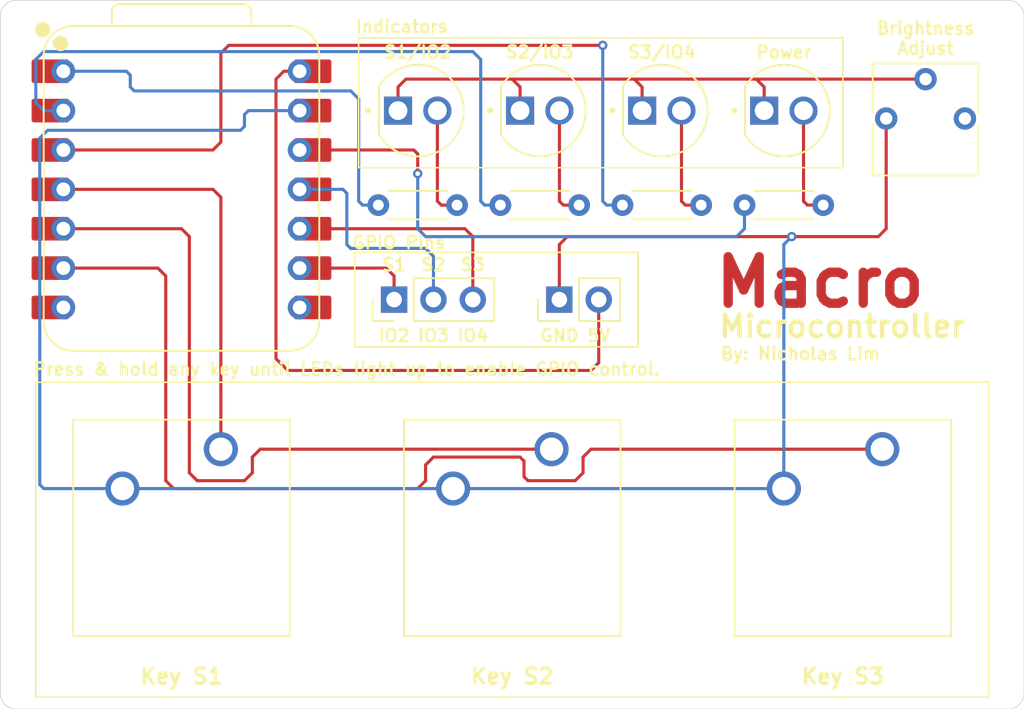
<source format=kicad_pcb>
(kicad_pcb (version 20241229) (generator "pcbnew") (generator_version "9.0")
  (layers (0 "F.Cu" signal) (2 "B.Cu" signal) (13 "F.Paste" user) (15 "B.Paste" user) (5 "F.SilkS" user "F.Silkscreen") (7 "B.SilkS" user "B.Silkscreen") (1 "F.Mask" user) (3 "B.Mask" user) (25 "Edge.Cuts" user))
  (net 0 "")
  (net 1 "GND")
  (net 2 "Net-(D1-PadA)")
  (net 3 "Net-(D2-PadA)")
  (net 4 "Net-(D3-PadA)")
  (net 5 "LED1")
  (net 6 "LED2")
  (net 7 "LED3")
  (net 8 "S1")
  (net 9 "S2")
  (net 10 "S3")
  (net 11 "+5V")
  (net 14 "Net-(D4-PadA)")
  (net 15 "IO3")
  (net 16 "IO4")
  (net 17 "IO2")
  (net 18 "Power")
  (net 19 "Adjusted GND")
  (footprint "footprints:LEDRD254W57D500H1070" (layer "F.Cu") (at 139.954 72.644)
    (property "Reference" "D2" (hide yes))
    (property "Value" "L08R5000Q1")
    (fp_line (start -2.5 -1.566) (end -2.5 1.566) (stroke (width 0.127)) (layer "F.SilkS"))
    (fp_arc (start -2.5 -1.566) (mid 2.961291 0) (end -2.5 1.566) (stroke (width 0.127)) (layer "F.SilkS"))
    (fp_circle (center -3.2 0) (end -3.1 0) (stroke (width 0.2)) (fill no) (layer "F.SilkS"))
    (pad "A" thru_hole circle (at 1.27 0) (size 1.815 1.815) (drill 1.21) (layers "*.Cu" "*.Mask") (net 3 "Net-(D2-PadA)"))
    (pad "C" thru_hole rect (at -1.27 0) (size 1.815 1.815) (drill 1.21) (layers "*.Cu" "*.Mask") (net 19 "Adjusted GND"))
  )
  (footprint "footprints:XIAO-RP2040-DIP" (layer "F.Cu") (at 116.84 77.724)
    (property "Reference" "U1" (hide yes))
    (property "Value" "XIAO-RP2040-DIP")
    (fp_line (start -8.89 8.509) (end -8.89 -8.636) (stroke (width 0.127)) (layer "F.SilkS"))
    (fp_line (start -6.985 10.414) (end 6.985 10.414) (stroke (width 0.127)) (layer "F.SilkS"))
    (fp_line (start -4.495 -10.541) (end -4.491272 -11.451272) (stroke (width 0.127)) (layer "F.SilkS"))
    (fp_line (start -3.991272 -11.951) (end 4.004 -11.951) (stroke (width 0.127)) (layer "F.SilkS"))
    (fp_line (start 4.504 -11.451) (end 4.504 -10.541) (stroke (width 0.127)) (layer "F.SilkS"))
    (fp_line (start 6.985 -10.541) (end -6.985 -10.541) (stroke (width 0.1)) (layer "F.SilkS"))
    (fp_line (start 6.985 -10.541) (end -6.985 -10.541) (stroke (width 0.127)) (layer "F.SilkS"))
    (fp_line (start 8.89 8.509) (end 8.89 -8.636) (stroke (width 0.127)) (layer "F.SilkS"))
    (fp_arc (start -8.89 -8.636) (mid -8.332038 -9.983038) (end -6.985 -10.541) (stroke (width 0.127)) (layer "F.SilkS"))
    (fp_arc (start -6.985 10.414) (mid -8.332038 9.856038) (end -8.89 8.509) (stroke (width 0.127)) (layer "F.SilkS"))
    (fp_arc (start -4.491272 -11.451272) (mid -4.344728 -11.80464) (end -3.991272 -11.951) (stroke (width 0.127)) (layer "F.SilkS"))
    (fp_arc (start 4.004 -11.951) (mid 4.357553 -11.804553) (end 4.504 -11.451) (stroke (width 0.127)) (layer "F.SilkS"))
    (fp_arc (start 6.985 -10.541) (mid 8.332038 -9.983038) (end 8.89 -8.636) (stroke (width 0.127)) (layer "F.SilkS"))
    (fp_arc (start 8.89 8.509) (mid 8.332038 9.856038) (end 6.985 10.414) (stroke (width 0.127)) (layer "F.SilkS"))
    (fp_circle (center -8.95 -10.3) (end -8.95 -10.554) (stroke (width 0.5)) (fill yes) (layer "F.SilkS"))
    (fp_circle (center -7.807 -9.42) (end -7.807 -9.674) (stroke (width 0.5)) (fill yes) (layer "F.SilkS"))
    (pad "1" smd roundrect (at -8.455 -7.62 180) (size 2.432 1.524) (layers "F.Cu" "F.Mask") (roundrect_rratio 0.1) (net 5 "LED1"))
    (pad "1" thru_hole circle (at -7.62 -7.62 180) (size 1.524 1.524) (drill 0.889) (layers "*.Cu" "*.Mask") (net 5 "LED1"))
    (pad "2" smd roundrect (at -8.455 -5.08 180) (size 2.432 1.524) (layers "F.Cu" "F.Mask") (roundrect_rratio 0.1) (net 6 "LED2"))
    (pad "2" thru_hole circle (at -7.62 -5.08 180) (size 1.524 1.524) (drill 0.889) (layers "*.Cu" "*.Mask") (net 6 "LED2"))
    (pad "3" smd roundrect (at -8.455 -2.54 180) (size 2.432 1.524) (layers "F.Cu" "F.Mask") (roundrect_rratio 0.1) (net 7 "LED3"))
    (pad "3" thru_hole circle (at -7.62 -2.54 180) (size 1.524 1.524) (drill 0.889) (layers "*.Cu" "*.Mask") (net 7 "LED3"))
    (pad "4" smd roundrect (at -8.455 0 180) (size 2.432 1.524) (layers "F.Cu" "F.Mask") (roundrect_rratio 0.1) (net 8 "S1"))
    (pad "4" thru_hole circle (at -7.62 0 180) (size 1.524 1.524) (drill 0.889) (layers "*.Cu" "*.Mask") (net 8 "S1"))
    (pad "5" smd roundrect (at -8.455 2.54 180) (size 2.432 1.524) (layers "F.Cu" "F.Mask") (roundrect_rratio 0.1) (net 9 "S2"))
    (pad "5" thru_hole circle (at -7.62 2.54 180) (size 1.524 1.524) (drill 0.889) (layers "*.Cu" "*.Mask") (net 9 "S2"))
    (pad "6" smd roundrect (at -8.455 5.08 180) (size 2.432 1.524) (layers "F.Cu" "F.Mask") (roundrect_rratio 0.1) (net 10 "S3"))
    (pad "6" thru_hole circle (at -7.62 5.08 180) (size 1.524 1.524) (drill 0.889) (layers "*.Cu" "*.Mask") (net 10 "S3"))
    (pad "7" smd roundrect (at -8.455 7.62 180) (size 2.432 1.524) (layers "F.Cu" "F.Mask") (roundrect_rratio 0.1))
    (pad "7" thru_hole circle (at -7.62 7.62 180) (size 1.524 1.524) (drill 0.889) (layers "*.Cu" "*.Mask"))
    (pad "8" thru_hole circle (at 7.62 7.62) (size 1.524 1.524) (drill 0.889) (layers "*.Cu" "*.Mask"))
    (pad "8" smd roundrect (at 8.455 7.62) (size 2.432 1.524) (layers "F.Cu" "F.Mask") (roundrect_rratio 0.1))
    (pad "9" thru_hole circle (at 7.62 5.08) (size 1.524 1.524) (drill 0.889) (layers "*.Cu" "*.Mask") (net 17 "IO2"))
    (pad "9" smd roundrect (at 8.455 5.08) (size 2.432 1.524) (layers "F.Cu" "F.Mask") (roundrect_rratio 0.1) (net 17 "IO2"))
    (pad "10" thru_hole circle (at 7.62 2.54) (size 1.524 1.524) (drill 0.889) (layers "*.Cu" "*.Mask") (net 16 "IO4"))
    (pad "10" smd roundrect (at 8.455 2.54) (size 2.432 1.524) (layers "F.Cu" "F.Mask") (roundrect_rratio 0.1) (net 16 "IO4"))
    (pad "11" thru_hole circle (at 7.62 0) (size 1.524 1.524) (drill 0.889) (layers "*.Cu" "*.Mask") (net 15 "IO3"))
    (pad "11" smd roundrect (at 8.455 0) (size 2.432 1.524) (layers "F.Cu" "F.Mask") (roundrect_rratio 0.1) (net 15 "IO3"))
    (pad "12" thru_hole circle (at 7.62 -2.54) (size 1.524 1.524) (drill 0.889) (layers "*.Cu" "*.Mask") (net 18 "Power"))
    (pad "12" smd roundrect (at 8.455 -2.54) (size 2.432 1.524) (layers "F.Cu" "F.Mask") (roundrect_rratio 0.1) (net 18 "Power"))
    (pad "13" thru_hole circle (at 7.62 -5.08) (size 1.524 1.524) (drill 0.889) (layers "*.Cu" "*.Mask") (net 1 "GND"))
    (pad "13" smd roundrect (at 8.455 -5.08) (size 2.432 1.524) (layers "F.Cu" "F.Mask") (roundrect_rratio 0.1) (net 1 "GND"))
    (pad "14" thru_hole circle (at 7.62 -7.62) (size 1.524 1.524) (drill 0.889) (layers "*.Cu" "*.Mask") (net 11 "+5V"))
    (pad "14" smd roundrect (at 8.455 -7.62) (size 2.432 1.524) (layers "F.Cu" "F.Mask") (roundrect_rratio 0.1) (net 11 "+5V"))
  )
  (footprint "Resistor_THT:R_Axial_DIN0204_L3.6mm_D1.6mm_P5.08mm_Horizontal" (layer "F.Cu") (at 137.414 78.74)
    (property "Reference" "R2" (hide yes))
    (property "Value" "R")
    (fp_line (start 0.62 -0.92) (end 4.46 -0.92) (stroke (width 0.12)) (layer "F.SilkS"))
    (fp_line (start 0.62 0.92) (end 4.46 0.92) (stroke (width 0.12)) (layer "F.SilkS"))
    (pad "1" thru_hole circle (at 0 0) (size 1.4 1.4) (drill 0.7) (layers "*.Cu" "*.Mask") (net 6 "LED2"))
    (pad "2" thru_hole circle (at 5.08 0) (size 1.4 1.4) (drill 0.7) (layers "*.Cu" "*.Mask") (net 3 "Net-(D2-PadA)"))
  )
  (footprint "Resistor_THT:R_Axial_DIN0204_L3.6mm_D1.6mm_P5.08mm_Horizontal" (layer "F.Cu") (at 145.288 78.74)
    (property "Reference" "R3" (hide yes))
    (property "Value" "R")
    (fp_line (start 0.62 -0.92) (end 4.46 -0.92) (stroke (width 0.12)) (layer "F.SilkS"))
    (fp_line (start 0.62 0.92) (end 4.46 0.92) (stroke (width 0.12)) (layer "F.SilkS"))
    (pad "1" thru_hole circle (at 0 0) (size 1.4 1.4) (drill 0.7) (layers "*.Cu" "*.Mask") (net 7 "LED3"))
    (pad "2" thru_hole circle (at 5.08 0) (size 1.4 1.4) (drill 0.7) (layers "*.Cu" "*.Mask") (net 4 "Net-(D3-PadA)"))
  )
  (footprint "Button_Switch_Keyboard:SW_Cherry_MX_1.00u_PCB" (layer "F.Cu") (at 162.052 94.488)
    (property "Reference" "SW3" (hide yes))
    (property "Value" "SW_Push")
    (fp_line (start -9.525 -1.905) (end 4.445 -1.905) (stroke (width 0.12)) (layer "F.SilkS"))
    (fp_line (start -9.525 12.065) (end -9.525 -1.905) (stroke (width 0.12)) (layer "F.SilkS"))
    (fp_line (start 4.445 -1.905) (end 4.445 12.065) (stroke (width 0.12)) (layer "F.SilkS"))
    (fp_line (start 4.445 12.065) (end -9.525 12.065) (stroke (width 0.12)) (layer "F.SilkS"))
    (pad "" np_thru_hole circle (at -7.62 5.08) (size 1.7 1.7) (drill 1.7) (layers "*.Cu" "*.Mask"))
    (pad "" np_thru_hole circle (at -2.54 5.08) (size 4 4) (drill 4) (layers "*.Cu" "*.Mask"))
    (pad "" np_thru_hole circle (at 2.54 5.08) (size 1.7 1.7) (drill 1.7) (layers "*.Cu" "*.Mask"))
    (pad "1" thru_hole circle (at 0 0) (size 2.2 2.2) (drill 1.5) (layers "*.Cu" "*.Mask") (net 10 "S3"))
    (pad "2" thru_hole circle (at -6.35 2.54) (size 2.2 2.2) (drill 1.5) (layers "*.Cu" "*.Mask") (net 1 "GND"))
  )
  (footprint "footprints:LEDRD254W57D500H1070" (layer "F.Cu") (at 147.828 72.644)
    (property "Reference" "D3" (hide yes))
    (property "Value" "L08R5000Q1")
    (fp_line (start -2.5 -1.566) (end -2.5 1.566) (stroke (width 0.127)) (layer "F.SilkS"))
    (fp_arc (start -2.5 -1.566) (mid 2.961291 0) (end -2.5 1.566) (stroke (width 0.127)) (layer "F.SilkS"))
    (fp_circle (center -3.2 0) (end -3.1 0) (stroke (width 0.2)) (fill no) (layer "F.SilkS"))
    (pad "A" thru_hole circle (at 1.27 0) (size 1.815 1.815) (drill 1.21) (layers "*.Cu" "*.Mask") (net 4 "Net-(D3-PadA)"))
    (pad "C" thru_hole rect (at -1.27 0) (size 1.815 1.815) (drill 1.21) (layers "*.Cu" "*.Mask") (net 19 "Adjusted GND"))
  )
  (footprint "Connector_PinHeader_2.54mm:PinHeader_1x02_P2.54mm_Vertical" (layer "F.Cu") (at 141.219 84.836 90)
    (property "Reference" "J2" (hide yes))
    (property "Value" "Conn_01x02_Pin")
    (fp_line (start -1.38 -1.38) (end 0 -1.38) (stroke (width 0.12)) (layer "F.SilkS"))
    (fp_line (start -1.38 0) (end -1.38 -1.38) (stroke (width 0.12)) (layer "F.SilkS"))
    (fp_line (start 1.38 1.27) (end 1.38 3.92) (stroke (width 0.12)) (layer "F.SilkS"))
    (fp_line (start -1.38 1.27) (end 1.38 1.27) (stroke (width 0.12)) (layer "F.SilkS"))
    (fp_line (start -1.38 1.27) (end -1.38 3.92) (stroke (width 0.12)) (layer "F.SilkS"))
    (fp_line (start -1.38 3.92) (end 1.38 3.92) (stroke (width 0.12)) (layer "F.SilkS"))
    (pad "1" thru_hole rect (at 0 0 90) (size 1.7 1.7) (drill 1) (layers "*.Cu" "*.Mask") (net 1 "GND"))
    (pad "2" thru_hole circle (at 0 2.54 90) (size 1.7 1.7) (drill 1) (layers "*.Cu" "*.Mask") (net 11 "+5V"))
  )
  (footprint "Connector_PinHeader_2.54mm:PinHeader_1x03_P2.54mm_Vertical" (layer "F.Cu") (at 130.556 84.836 90)
    (property "Reference" "J1" (hide yes))
    (property "Value" "Conn_01x03_Pin")
    (fp_line (start -1.38 -1.38) (end 0 -1.38) (stroke (width 0.12)) (layer "F.SilkS"))
    (fp_line (start -1.38 0) (end -1.38 -1.38) (stroke (width 0.12)) (layer "F.SilkS"))
    (fp_line (start 1.38 1.27) (end 1.38 6.46) (stroke (width 0.12)) (layer "F.SilkS"))
    (fp_line (start -1.38 1.27) (end 1.38 1.27) (stroke (width 0.12)) (layer "F.SilkS"))
    (fp_line (start -1.38 1.27) (end -1.38 6.46) (stroke (width 0.12)) (layer "F.SilkS"))
    (fp_line (start -1.38 6.46) (end 1.38 6.46) (stroke (width 0.12)) (layer "F.SilkS"))
    (pad "1" thru_hole rect (at 0 0 90) (size 1.7 1.7) (drill 1) (layers "*.Cu" "*.Mask") (net 17 "IO2"))
    (pad "2" thru_hole circle (at 0 2.54 90) (size 1.7 1.7) (drill 1) (layers "*.Cu" "*.Mask") (net 15 "IO3"))
    (pad "3" thru_hole circle (at 0 5.08 90) (size 1.7 1.7) (drill 1) (layers "*.Cu" "*.Mask") (net 16 "IO4"))
  )
  (footprint "Resistor_THT:R_Axial_DIN0204_L3.6mm_D1.6mm_P5.08mm_Horizontal" (layer "F.Cu") (at 153.162 78.74)
    (property "Reference" "R4" (hide yes))
    (property "Value" "R")
    (fp_line (start 0.62 -0.92) (end 4.46 -0.92) (stroke (width 0.12)) (layer "F.SilkS"))
    (fp_line (start 0.62 0.92) (end 4.46 0.92) (stroke (width 0.12)) (layer "F.SilkS"))
    (pad "1" thru_hole circle (at 0 0) (size 1.4 1.4) (drill 0.7) (layers "*.Cu" "*.Mask") (net 18 "Power"))
    (pad "2" thru_hole circle (at 5.08 0) (size 1.4 1.4) (drill 0.7) (layers "*.Cu" "*.Mask") (net 14 "Net-(D4-PadA)"))
  )
  (footprint "footprints:LEDRD254W57D500H1070" (layer "F.Cu") (at 132.08 72.644)
    (property "Reference" "D1" (hide yes))
    (property "Value" "L08R5000Q1")
    (fp_line (start -2.5 -1.566) (end -2.5 1.566) (stroke (width 0.127)) (layer "F.SilkS"))
    (fp_arc (start -2.5 -1.566) (mid 2.961291 0) (end -2.5 1.566) (stroke (width 0.127)) (layer "F.SilkS"))
    (fp_circle (center -3.2 0) (end -3.1 0) (stroke (width 0.2)) (fill no) (layer "F.SilkS"))
    (pad "A" thru_hole circle (at 1.27 0) (size 1.815 1.815) (drill 1.21) (layers "*.Cu" "*.Mask") (net 2 "Net-(D1-PadA)"))
    (pad "C" thru_hole rect (at -1.27 0) (size 1.815 1.815) (drill 1.21) (layers "*.Cu" "*.Mask") (net 19 "Adjusted GND"))
  )
  (footprint "footprints:LEDRD254W57D500H1070" (layer "F.Cu") (at 155.702 72.644)
    (property "Reference" "D4" (hide yes))
    (property "Value" "L08R5000Q1")
    (fp_line (start -2.5 -1.566) (end -2.5 1.566) (stroke (width 0.127)) (layer "F.SilkS"))
    (fp_arc (start -2.5 -1.566) (mid 2.961291 0) (end -2.5 1.566) (stroke (width 0.127)) (layer "F.SilkS"))
    (fp_circle (center -3.2 0) (end -3.1 0) (stroke (width 0.2)) (fill no) (layer "F.SilkS"))
    (pad "A" thru_hole circle (at 1.27 0) (size 1.815 1.815) (drill 1.21) (layers "*.Cu" "*.Mask") (net 14 "Net-(D4-PadA)"))
    (pad "C" thru_hole rect (at -1.27 0) (size 1.815 1.815) (drill 1.21) (layers "*.Cu" "*.Mask") (net 19 "Adjusted GND"))
  )
  (footprint "Resistor_THT:R_Axial_DIN0204_L3.6mm_D1.6mm_P5.08mm_Horizontal" (layer "F.Cu") (at 129.54 78.74)
    (property "Reference" "R1" (hide yes))
    (property "Value" "R")
    (fp_line (start 0.62 -0.92) (end 4.46 -0.92) (stroke (width 0.12)) (layer "F.SilkS"))
    (fp_line (start 0.62 0.92) (end 4.46 0.92) (stroke (width 0.12)) (layer "F.SilkS"))
    (pad "1" thru_hole circle (at 0 0) (size 1.4 1.4) (drill 0.7) (layers "*.Cu" "*.Mask") (net 5 "LED1"))
    (pad "2" thru_hole circle (at 5.08 0) (size 1.4 1.4) (drill 0.7) (layers "*.Cu" "*.Mask") (net 2 "Net-(D1-PadA)"))
  )
  (footprint "Button_Switch_Keyboard:SW_Cherry_MX_1.00u_PCB" (layer "F.Cu") (at 140.716 94.488)
    (property "Reference" "SW2" (hide yes))
    (property "Value" "SW_Push")
    (fp_line (start -9.525 -1.905) (end 4.445 -1.905) (stroke (width 0.12)) (layer "F.SilkS"))
    (fp_line (start -9.525 12.065) (end -9.525 -1.905) (stroke (width 0.12)) (layer "F.SilkS"))
    (fp_line (start 4.445 -1.905) (end 4.445 12.065) (stroke (width 0.12)) (layer "F.SilkS"))
    (fp_line (start 4.445 12.065) (end -9.525 12.065) (stroke (width 0.12)) (layer "F.SilkS"))
    (pad "" np_thru_hole circle (at -7.62 5.08) (size 1.7 1.7) (drill 1.7) (layers "*.Cu" "*.Mask"))
    (pad "" np_thru_hole circle (at -2.54 5.08) (size 4 4) (drill 4) (layers "*.Cu" "*.Mask"))
    (pad "" np_thru_hole circle (at 2.54 5.08) (size 1.7 1.7) (drill 1.7) (layers "*.Cu" "*.Mask"))
    (pad "1" thru_hole circle (at 0 0) (size 2.2 2.2) (drill 1.5) (layers "*.Cu" "*.Mask") (net 9 "S2"))
    (pad "2" thru_hole circle (at -6.35 2.54) (size 2.2 2.2) (drill 1.5) (layers "*.Cu" "*.Mask") (net 1 "GND"))
  )
  (footprint "Button_Switch_Keyboard:SW_Cherry_MX_1.00u_PCB" (layer "F.Cu") (at 119.38 94.488)
    (property "Reference" "SW1" (hide yes))
    (property "Value" "SW_Push")
    (fp_line (start -9.525 -1.905) (end 4.445 -1.905) (stroke (width 0.12)) (layer "F.SilkS"))
    (fp_line (start -9.525 12.065) (end -9.525 -1.905) (stroke (width 0.12)) (layer "F.SilkS"))
    (fp_line (start 4.445 -1.905) (end 4.445 12.065) (stroke (width 0.12)) (layer "F.SilkS"))
    (fp_line (start 4.445 12.065) (end -9.525 12.065) (stroke (width 0.12)) (layer "F.SilkS"))
    (pad "" np_thru_hole circle (at -7.62 5.08) (size 1.7 1.7) (drill 1.7) (layers "*.Cu" "*.Mask"))
    (pad "" np_thru_hole circle (at -2.54 5.08) (size 4 4) (drill 4) (layers "*.Cu" "*.Mask"))
    (pad "" np_thru_hole circle (at 2.54 5.08) (size 1.7 1.7) (drill 1.7) (layers "*.Cu" "*.Mask"))
    (pad "1" thru_hole circle (at 0 0) (size 2.2 2.2) (drill 1.5) (layers "*.Cu" "*.Mask") (net 8 "S1"))
    (pad "2" thru_hole circle (at -6.35 2.54) (size 2.2 2.2) (drill 1.5) (layers "*.Cu" "*.Mask") (net 1 "GND"))
  )
  (footprint "Potentiometer_THT:Potentiometer_Vishay_T73YP_Vertical" (layer "F.Cu") (at 167.386 73.152 90)
    (property "Reference" "RV1" (hide yes))
    (property "Value" "R_Potentiometer")
    (fp_line (start 3.55 -5.95) (end 3.55 0.87) (stroke (width 0.12)) (layer "F.SilkS"))
    (fp_line (start 0.382 -5.95) (end 3.55 -5.95) (stroke (width 0.12)) (layer "F.SilkS"))
    (fp_line (start -3.67 -5.95) (end -0.382 -5.95) (stroke (width 0.12)) (layer "F.SilkS"))
    (fp_line (start -3.67 -5.95) (end -3.67 0.87) (stroke (width 0.12)) (layer "F.SilkS"))
    (fp_line (start 0.382 0.87) (end 3.55 0.87) (stroke (width 0.12)) (layer "F.SilkS"))
    (fp_line (start -3.67 0.87) (end -0.382 0.87) (stroke (width 0.12)) (layer "F.SilkS"))
    (pad "1" thru_hole circle (at 0 0 90) (size 1.44 1.44) (drill 0.8) (layers "*.Cu" "*.Mask"))
    (pad "2" thru_hole circle (at 2.54 -2.54 90) (size 1.44 1.44) (drill 0.8) (layers "*.Cu" "*.Mask") (net 19 "Adjusted GND"))
    (pad "3" thru_hole circle (at 0 -5.08 90) (size 1.44 1.44) (drill 0.8) (layers "*.Cu" "*.Mask") (net 1 "GND"))
  )
  (gr_rect (start 107.442 90.17) (end 168.91 110.49) (stroke (width 0.1)) (fill no) (layer "F.SilkS"))
  (gr_rect (start 128.016 81.788) (end 146.304 87.884) (stroke (width 0.1)) (fill no) (layer "F.SilkS"))
  (gr_rect (start 128.27 67.945) (end 159.512 76.327) (stroke (width 0.1)) (fill no) (layer "F.SilkS"))
  (gr_arc (start 170.18 65.532) (mid 170.89842 65.82958) (end 171.196 66.548) (stroke (width 0.05)) (layer "Edge.Cuts"))
  (gr_arc (start 105.156 66.548) (mid 105.45358 65.82958) (end 106.172 65.532) (stroke (width 0.05)) (layer "Edge.Cuts"))
  (gr_line (start 106.172 111.252) (end 170.18 111.252) (stroke (width 0.05)) (layer "Edge.Cuts"))
  (gr_arc (start 106.172 111.252) (mid 105.45358 110.95442) (end 105.156 110.236) (stroke (width 0.05)) (layer "Edge.Cuts"))
  (gr_line (start 105.156 66.548) (end 105.156 110.236) (stroke (width 0.05)) (layer "Edge.Cuts"))
  (gr_line (start 171.196 110.236) (end 171.196 66.548) (stroke (width 0.05)) (layer "Edge.Cuts"))
  (gr_line (start 170.18 65.532) (end 106.172 65.532) (stroke (width 0.05)) (layer "Edge.Cuts"))
  (gr_arc (start 171.196 110.236) (mid 170.89842 110.95442) (end 170.18 111.252) (stroke (width 0.05)) (layer "Edge.Cuts"))
  (gr_text "Macro" (at 151.003 85.471 0) (layer "F.Cu") (effects (font (size 3 3) (thickness 0.6) (bold yes)) (justify left bottom)))
  (gr_text "S1/IO2" (at 132.08 69.342 0) (layer "F.SilkS") (effects (font (size 0.8 0.8) (thickness 0.16) (bold yes)) (justify bottom)))
  (gr_text "5V" (at 143.764 87.63 0) (layer "F.SilkS") (effects (font (size 0.8 0.8) (thickness 0.16) (bold yes)) (justify bottom)))
  (gr_text "Key S3" (at 159.512 109.728 0) (layer "F.SilkS") (effects (font (size 1 1) (thickness 0.2) (bold yes)) (justify bottom)))
  (gr_text "Indicators" (at 131.064 67.691 0) (layer "F.SilkS") (effects (font (size 0.8 0.8) (thickness 0.16) (bold yes)) (justify bottom)))
  (gr_text "S2" (at 133.096 83.058 0) (layer "F.SilkS") (effects (font (size 0.8 0.8) (thickness 0.16) (bold yes)) (justify bottom)))
  (gr_text "S1" (at 130.556 83.058 0) (layer "F.SilkS") (effects (font (size 0.8 0.8) (thickness 0.16) (bold yes)) (justify bottom)))
  (gr_text "Press & hold any key until LEDs light up to enable GPIO control." (at 107.188 89.789 0) (layer "F.SilkS") (effects (font (size 0.8 0.8) (thickness 0.16) (bold yes)) (justify left bottom)))
  (gr_text "Power" (at 155.702 69.342 0) (layer "F.SilkS") (effects (font (size 0.8 0.8) (thickness 0.16) (bold yes)) (justify bottom)))
  (gr_text "IO4" (at 135.636 87.63 0) (layer "F.SilkS") (effects (font (size 0.8 0.8) (thickness 0.16) (bold yes)) (justify bottom)))
  (gr_text "GPIO Pins" (at 127.762 81.153 0) (layer "F.SilkS") (effects (font (size 0.8 0.8) (thickness 0.16) (bold yes)) (justify left)))
  (gr_text "By: Nicholas Lim" (at 151.5364 88.7984 0) (layer "F.SilkS") (effects (font (size 0.8 0.8) (thickness 0.16) (bold yes)) (justify left bottom)))
  (gr_text "IO2\n" (at 130.556 87.63 0) (layer "F.SilkS") (effects (font (size 0.8 0.8) (thickness 0.16) (bold yes)) (justify bottom)))
  (gr_text "Microcontroller" (at 151.384 87.376 0) (layer "F.SilkS") (effects (font (size 1.4 1.4) (thickness 0.28) (bold yes)) (justify left bottom)))
  (gr_text "Key S1" (at 116.84 109.728 0) (layer "F.SilkS") (effects (font (size 1 1) (thickness 0.2) (bold yes)) (justify bottom)))
  (gr_text "GND" (at 141.219 87.63 0) (layer "F.SilkS") (effects (font (size 0.8 0.8) (thickness 0.16) (bold yes)) (justify bottom)))
  (gr_text "S2/IO3" (at 139.954 69.342 0) (layer "F.SilkS") (effects (font (size 0.8 0.8) (thickness 0.16) (bold yes)) (justify bottom)))
  (gr_text "IO3" (at 133.096 87.63 0) (layer "F.SilkS") (effects (font (size 0.8 0.8) (thickness 0.16) (bold yes)) (justify bottom)))
  (gr_text "Key S2" (at 138.176 109.728 0) (layer "F.SilkS") (effects (font (size 1 1) (thickness 0.2) (bold yes)) (justify bottom)))
  (gr_text "S3\n" (at 135.636 83.058 0) (layer "F.SilkS") (effects (font (size 0.8 0.8) (thickness 0.16) (bold yes)) (justify bottom)))
  (gr_text "Brightness\nAdjust" (at 164.846 69.088 0) (layer "F.SilkS") (effects (font (size 0.8 0.8) (thickness 0.16) (bold yes)) (justify bottom)))
  (gr_text "S3/IO4" (at 147.828 69.342 0) (layer "F.SilkS") (effects (font (size 0.8 0.8) (thickness 0.16) (bold yes)) (justify bottom)))
  (segment (start 161.798 80.772) (end 156.21 80.772) (width 0.2) (layer "F.Cu") (net 1))
  (segment (start 162.306 80.264) (end 161.798 80.772) (width 0.2) (layer "F.Cu") (net 1))
  (segment (start 156.21 80.772) (end 141.732 80.772) (width 0.2) (layer "F.Cu") (net 1))
  (segment (start 141.219 81.285) (end 141.732 80.772) (width 0.2) (layer "F.Cu") (net 1))
  (segment (start 162.306 73.152) (end 162.306 80.264) (width 0.2) (layer "F.Cu") (net 1))
  (segment (start 141.219 84.836) (end 141.219 81.285) (width 0.2) (layer "F.Cu") (net 1))
  (via (at 156.21 80.772) (size 0.6) (drill 0.3) (layers "F.Cu" "B.Cu") (net 1))
  (segment (start 120.904 73.66) (end 120.65 73.914) (width 0.2) (layer "B.Cu") (net 1))
  (segment (start 107.696 96.774) (end 107.95 97.028) (width 0.2) (layer "B.Cu") (net 1))
  (segment (start 107.696 74.422) (end 107.696 96.774) (width 0.2) (layer "B.Cu") (net 1))
  (segment (start 120.65 73.914) (end 108.204 73.914) (width 0.2) (layer "B.Cu") (net 1))
  (segment (start 121.158 72.644) (end 120.904 72.898) (width 0.2) (layer "B.Cu") (net 1))
  (segment (start 155.702 97.028) (end 155.702 81.28) (width 0.2) (layer "B.Cu") (net 1))
  (segment (start 108.204 73.914) (end 107.696 74.422) (width 0.2) (layer "B.Cu") (net 1))
  (segment (start 134.366 97.028) (end 113.03 97.028) (width 0.2) (layer "B.Cu") (net 1))
  (segment (start 155.702 81.28) (end 156.21 80.772) (width 0.2) (layer "B.Cu") (net 1))
  (segment (start 120.904 72.898) (end 120.904 73.66) (width 0.2) (layer "B.Cu") (net 1))
  (segment (start 155.702 97.028) (end 134.366 97.028) (width 0.2) (layer "B.Cu") (net 1))
  (segment (start 107.95 97.028) (end 113.03 97.028) (width 0.2) (layer "B.Cu") (net 1))
  (segment (start 124.46 72.644) (end 121.158 72.644) (width 0.2) (layer "B.Cu") (net 1))
  (segment (start 133.35 78.486) (end 133.604 78.74) (width 0.2) (layer "F.Cu") (net 2))
  (segment (start 133.604 78.74) (end 134.62 78.74) (width 0.2) (layer "F.Cu") (net 2))
  (segment (start 133.35 72.644) (end 133.35 78.486) (width 0.2) (layer "F.Cu") (net 2))
  (segment (start 141.478 78.74) (end 142.494 78.74) (width 0.2) (layer "F.Cu") (net 3))
  (segment (start 141.224 72.644) (end 141.224 78.486) (width 0.2) (layer "F.Cu") (net 3))
  (segment (start 141.224 78.486) (end 141.478 78.74) (width 0.2) (layer "F.Cu") (net 3))
  (segment (start 149.098 72.644) (end 149.098 78.486) (width 0.2) (layer "F.Cu") (net 4))
  (segment (start 149.098 78.486) (end 149.352 78.74) (width 0.2) (layer "F.Cu") (net 4))
  (segment (start 149.352 78.74) (end 150.368 78.74) (width 0.2) (layer "F.Cu") (net 4))
  (segment (start 127.762 71.374) (end 113.792 71.374) (width 0.2) (layer "B.Cu") (net 5))
  (segment (start 128.524 78.74) (end 128.27 78.486) (width 0.2) (layer "B.Cu") (net 5))
  (segment (start 113.792 71.374) (end 113.538 71.12) (width 0.2) (layer "B.Cu") (net 5))
  (segment (start 129.54 78.74) (end 128.524 78.74) (width 0.2) (layer "B.Cu") (net 5))
  (segment (start 113.538 70.358) (end 113.284 70.104) (width 0.2) (layer "B.Cu") (net 5))
  (segment (start 113.284 70.104) (end 109.22 70.104) (width 0.2) (layer "B.Cu") (net 5))
  (segment (start 113.538 71.12) (end 113.538 70.358) (width 0.2) (layer "B.Cu") (net 5))
  (segment (start 128.27 78.486) (end 128.27 71.882) (width 0.2) (layer "B.Cu") (net 5))
  (segment (start 128.27 71.882) (end 127.762 71.374) (width 0.2) (layer "B.Cu") (net 5))
  (segment (start 137.414 78.74) (end 136.398 78.74) (width 0.2) (layer "B.Cu") (net 6))
  (segment (start 107.442 69.342) (end 107.95 68.834) (width 0.2) (layer "B.Cu") (net 6))
  (segment (start 107.442 72.136) (end 107.442 69.342) (width 0.2) (layer "B.Cu") (net 6))
  (segment (start 136.144 69.342) (end 135.636 68.834) (width 0.2) (layer "B.Cu") (net 6))
  (segment (start 136.144 78.486) (end 136.144 69.342) (width 0.2) (layer "B.Cu") (net 6))
  (segment (start 107.95 68.834) (end 135.636 68.834) (width 0.2) (layer "B.Cu") (net 6))
  (segment (start 107.95 72.644) (end 107.442 72.136) (width 0.2) (layer "B.Cu") (net 6))
  (segment (start 136.398 78.74) (end 136.144 78.486) (width 0.2) (layer "B.Cu") (net 6))
  (segment (start 109.22 72.644) (end 107.95 72.644) (width 0.2) (layer "B.Cu") (net 6))
  (segment (start 109.22 75.184) (end 118.872 75.184) (width 0.2) (layer "F.Cu") (net 7))
  (segment (start 119.38 74.676) (end 119.38 68.941) (width 0.2) (layer "F.Cu") (net 7))
  (segment (start 119.38 68.941) (end 119.888 68.433) (width 0.2) (layer "F.Cu") (net 7))
  (segment (start 118.872 75.184) (end 119.38 74.676) (width 0.2) (layer "F.Cu") (net 7))
  (segment (start 144.018 68.433) (end 119.888 68.433) (width 0.2) (layer "F.Cu") (net 7))
  (via (at 144.018 68.433) (size 0.6) (drill 0.3) (layers "F.Cu" "B.Cu") (net 7))
  (segment (start 144.018 68.433) (end 144.018 78.486) (width 0.2) (layer "B.Cu") (net 7))
  (segment (start 144.018 78.486) (end 144.272 78.74) (width 0.2) (layer "B.Cu") (net 7))
  (segment (start 144.272 78.74) (end 145.288 78.74) (width 0.2) (layer "B.Cu") (net 7))
  (segment (start 118.872 77.724) (end 109.22 77.724) (width 0.2) (layer "F.Cu") (net 8))
  (segment (start 119.38 94.488) (end 119.38 78.232) (width 0.2) (layer "F.Cu") (net 8))
  (segment (start 119.38 78.232) (end 118.872 77.724) (width 0.2) (layer "F.Cu") (net 8))
  (segment (start 117.348 96.012) (end 117.348 80.772) (width 0.2) (layer "F.Cu") (net 9))
  (segment (start 140.716 94.488) (end 121.92 94.488) (width 0.2) (layer "F.Cu") (net 9))
  (segment (start 121.92 94.488) (end 121.412 94.996) (width 0.2) (layer "F.Cu") (net 9))
  (segment (start 116.84 80.264) (end 109.22 80.264) (width 0.2) (layer "F.Cu") (net 9))
  (segment (start 120.904 96.52) (end 117.856 96.52) (width 0.2) (layer "F.Cu") (net 9))
  (segment (start 121.412 96.012) (end 120.904 96.52) (width 0.2) (layer "F.Cu") (net 9))
  (segment (start 117.856 96.52) (end 117.348 96.012) (width 0.2) (layer "F.Cu") (net 9))
  (segment (start 117.348 80.772) (end 116.84 80.264) (width 0.2) (layer "F.Cu") (net 9))
  (segment (start 121.412 94.996) (end 121.412 96.012) (width 0.2) (layer "F.Cu") (net 9))
  (segment (start 115.824 96.52) (end 115.824 83.312) (width 0.2) (layer "F.Cu") (net 10))
  (segment (start 133.096 94.996) (end 138.684 94.996) (width 0.2) (layer "F.Cu") (net 10))
  (segment (start 138.684 94.996) (end 138.938 95.25) (width 0.2) (layer "F.Cu") (net 10))
  (segment (start 138.938 95.25) (end 138.938 96.266) (width 0.2) (layer "F.Cu") (net 10))
  (segment (start 116.332 97.028) (end 132.08 97.028) (width 0.2) (layer "F.Cu") (net 10))
  (segment (start 132.588 96.52) (end 132.588 95.504) (width 0.2) (layer "F.Cu") (net 10))
  (segment (start 138.938 96.266) (end 139.192 96.52) (width 0.2) (layer "F.Cu") (net 10))
  (segment (start 132.08 97.028) (end 132.588 96.52) (width 0.2) (layer "F.Cu") (net 10))
  (segment (start 132.588 95.504) (end 133.096 94.996) (width 0.2) (layer "F.Cu") (net 10))
  (segment (start 115.824 96.52) (end 116.332 97.028) (width 0.2) (layer "F.Cu") (net 10))
  (segment (start 115.824 83.312) (end 115.316 82.804) (width 0.2) (layer "F.Cu") (net 10))
  (segment (start 142.748 94.996) (end 143.256 94.488) (width 0.2) (layer "F.Cu") (net 10))
  (segment (start 142.748 96.012) (end 142.748 94.996) (width 0.2) (layer "F.Cu") (net 10))
  (segment (start 115.316 82.804) (end 109.22 82.804) (width 0.2) (layer "F.Cu") (net 10))
  (segment (start 142.24 96.52) (end 142.748 96.012) (width 0.2) (layer "F.Cu") (net 10))
  (segment (start 139.192 96.52) (end 142.24 96.52) (width 0.2) (layer "F.Cu") (net 10))
  (segment (start 143.256 94.488) (end 162.052 94.488) (width 0.2) (layer "F.Cu") (net 10))
  (segment (start 143.759 88.905) (end 143.256 89.408) (width 0.2) (layer "F.Cu") (net 11))
  (segment (start 143.759 84.836) (end 143.759 88.905) (width 0.2) (layer "F.Cu") (net 11))
  (segment (start 123.444 70.104) (end 125.295 70.104) (width 0.2) (layer "F.Cu") (net 11))
  (segment (start 122.936 88.646) (end 122.936 70.612) (width 0.2) (layer "F.Cu") (net 11))
  (segment (start 123.698 89.408) (end 122.936 88.646) (width 0.2) (layer "F.Cu") (net 11))
  (segment (start 143.256 89.408) (end 123.698 89.408) (width 0.2) (layer "F.Cu") (net 11))
  (segment (start 122.936 70.612) (end 123.444 70.104) (width 0.2) (layer "F.Cu") (net 11))
  (segment (start 156.972 72.644) (end 156.972 78.486) (width 0.2) (layer "F.Cu") (net 14))
  (segment (start 156.972 78.486) (end 157.226 78.74) (width 0.2) (layer "F.Cu") (net 14))
  (segment (start 157.226 78.74) (end 158.242 78.74) (width 0.2) (layer "F.Cu") (net 14))
  (segment (start 133.096 82.042) (end 132.588 81.534) (width 0.2) (layer "B.Cu") (net 15))
  (segment (start 127.254 77.724) (end 127.508 77.978) (width 0.2) (layer "B.Cu") (net 15))
  (segment (start 127.508 77.978) (end 127.508 81.28) (width 0.2) (layer "B.Cu") (net 15))
  (segment (start 133.096 84.836) (end 133.096 82.042) (width 0.2) (layer "B.Cu") (net 15))
  (segment (start 127.508 81.28) (end 127.762 81.534) (width 0.2) (layer "B.Cu") (net 15))
  (segment (start 124.46 77.724) (end 127.254 77.724) (width 0.2) (layer "B.Cu") (net 15))
  (segment (start 127.762 81.534) (end 132.588 81.534) (width 0.2) (layer "B.Cu") (net 15))
  (segment (start 135.636 84.836) (end 135.636 80.772) (width 0.2) (layer "F.Cu") (net 16))
  (segment (start 124.46 80.264) (end 135.128 80.264) (width 0.2) (layer "F.Cu") (net 16))
  (segment (start 135.636 80.772) (end 135.128 80.264) (width 0.2) (layer "F.Cu") (net 16))
  (segment (start 130.556 83.312) (end 130.048 82.804) (width 0.2) (layer "F.Cu") (net 17))
  (segment (start 130.048 82.804) (end 125.295 82.804) (width 0.2) (layer "F.Cu") (net 17))
  (segment (start 130.556 84.836) (end 130.556 83.312) (width 0.2) (layer "F.Cu") (net 17))
  (segment (start 131.826 75.184) (end 132.08 75.438) (width 0.2) (layer "F.Cu") (net 18))
  (segment (start 125.295 75.184) (end 131.826 75.184) (width 0.2) (layer "F.Cu") (net 18))
  (segment (start 132.08 75.438) (end 132.08 76.708) (width 0.2) (layer "F.Cu") (net 18))
  (via (at 132.08 76.708) (size 0.6) (drill 0.3) (layers "F.Cu" "B.Cu") (net 18))
  (segment (start 132.08 76.708) (end 132.08 80.264) (width 0.2) (layer "B.Cu") (net 18))
  (segment (start 153.162 80.264) (end 153.162 78.74) (width 0.2) (layer "B.Cu") (net 18))
  (segment (start 132.08 80.264) (end 132.588 80.772) (width 0.2) (layer "B.Cu") (net 18))
  (segment (start 152.654 80.772) (end 153.162 80.264) (width 0.2) (layer "B.Cu") (net 18))
  (segment (start 132.588 80.772) (end 152.654 80.772) (width 0.2) (layer "B.Cu") (net 18))
  (segment (start 146.05 70.612) (end 146.558 71.12) (width 0.2) (layer "F.Cu") (net 19))
  (segment (start 131.318 70.612) (end 130.81 71.12) (width 0.2) (layer "F.Cu") (net 19))
  (segment (start 138.684 71.12) (end 138.176 70.612) (width 0.2) (layer "F.Cu") (net 19))
  (segment (start 153.924 70.612) (end 154.432 71.12) (width 0.2) (layer "F.Cu") (net 19))
  (segment (start 130.81 71.12) (end 130.81 72.644) (width 0.2) (layer "F.Cu") (net 19))
  (segment (start 138.176 70.612) (end 146.05 70.612) (width 0.2) (layer "F.Cu") (net 19))
  (segment (start 164.846 70.612) (end 153.924 70.612) (width 0.2) (layer "F.Cu") (net 19))
  (segment (start 138.176 70.612) (end 131.318 70.612) (width 0.2) (layer "F.Cu") (net 19))
  (segment (start 146.558 71.12) (end 146.558 72.644) (width 0.2) (layer "F.Cu") (net 19))
  (segment (start 154.432 71.12) (end 154.432 72.644) (width 0.2) (layer "F.Cu") (net 19))
  (segment (start 146.05 70.612) (end 153.924 70.612) (width 0.2) (layer "F.Cu") (net 19))
  (segment (start 138.684 72.644) (end 138.684 71.12) (width 0.2) (layer "F.Cu") (net 19))
)
</source>
